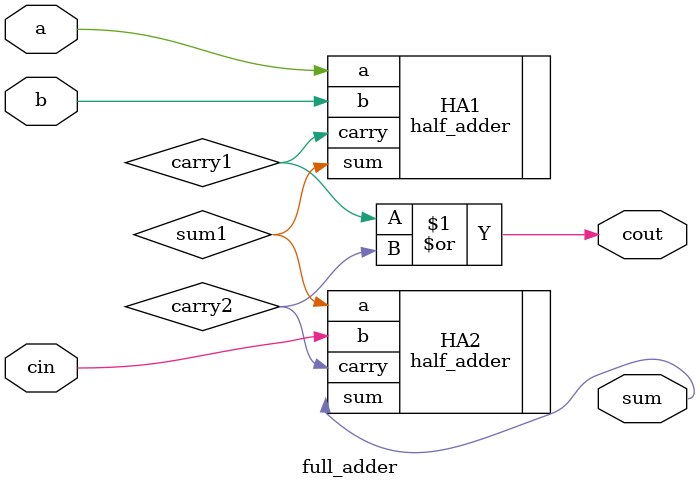
<source format=v>
module full_adder (
    input a, b, cin,          // Inputs: a, b and carry-in
    output sum, cout          // Outputs: sum and carry-out
);

wire sum1, carry1, carry2;

half_adder HA1 (
    .a(a),
    .b(b),
    .sum(sum1),
    .carry(carry1)
);

half_adder HA2 (
    .a(sum1),
    .b(cin),
    .sum(sum),
    .carry(carry2)
);

assign cout = carry1 | carry2;

endmodule

</source>
